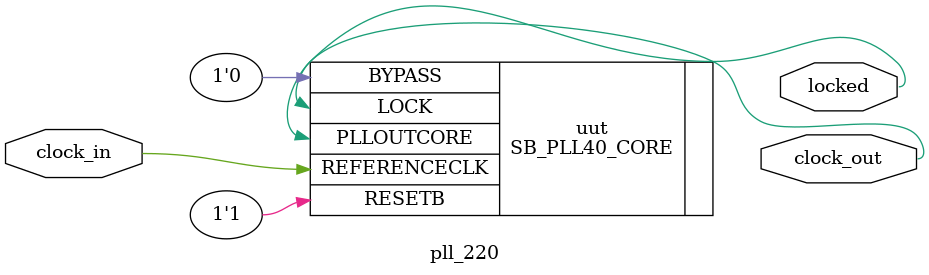
<source format=v>
/**
 * PLL configuration
 *
 * This Verilog module was generated automatically
 * using the icepll tool from the IceStorm project.
 * Use at your own risk.
 *
 * Given input frequency:        12.000 MHz
 * Requested output frequency:  220.000 MHz
 * Achieved output frequency:   219.000 MHz
 */

module pll_220(
	input  clock_in,
	output clock_out,
	output locked
	);

SB_PLL40_CORE #(
		.FEEDBACK_PATH("SIMPLE"),
		.DIVR(4'b0000),		// DIVR =  0
		.DIVF(7'b1001000),	// DIVF = 72
		.DIVQ(3'b010),		// DIVQ =  2
		.FILTER_RANGE(3'b001)	// FILTER_RANGE = 1
	) uut (
		.LOCK(locked),
		.RESETB(1'b1),
		.BYPASS(1'b0),
		.REFERENCECLK(clock_in),
		.PLLOUTCORE(clock_out)
		);

endmodule

</source>
